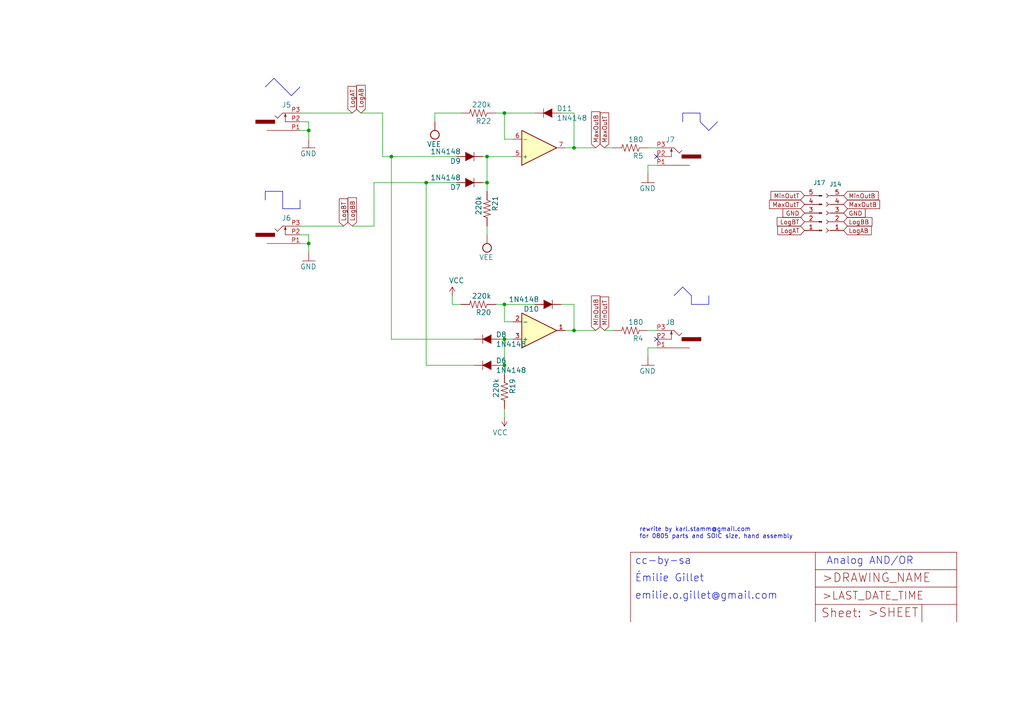
<source format=kicad_sch>
(kicad_sch (version 20230121) (generator eeschema)
  (paper "User" 299.06 210.007)
  (lib_symbols
    (symbol "Amplifier_Operational:TL072" (pin_names (offset 0.127))
      (property "Reference" "U" (at 0 5.08 0))
      (property "Value" "TL072" (at 0 -5.08 0))
      (symbol "TL072_1_1"
        (polyline (pts (xy -5.08 5.08) (xy 5.08 0) (xy -5.08 -5.08) (xy -5.08 5.08)) (stroke (width 0.254)) (fill (type background)))
        (pin output line (at 7.62 0 180) (length 2.54) (name "~") (number "1"))
        (pin input line (at -7.62 -2.54 0) (length 2.54) (name "-") (number "2"))
        (pin input line (at -7.62 2.54 0) (length 2.54) (name "+") (number "3"))
      )
      (symbol "TL072_2_1"
        (polyline (pts (xy -5.08 5.08) (xy 5.08 0) (xy -5.08 -5.08) (xy -5.08 5.08)) (stroke (width 0.254)) (fill (type background)))
        (pin input line (at -7.62 2.54 0) (length 2.54) (name "+") (number "5"))
        (pin input line (at -7.62 -2.54 0) (length 2.54) (name "-") (number "6"))
        (pin output line (at 7.62 0 180) (length 2.54) (name "~") (number "7"))
      )
      (symbol "TL072_3_1"
        (pin power_in line (at -2.54 -7.62 90) (length 3.81) (name "V-") (number "4"))
        (pin power_in line (at -2.54 7.62 270) (length 3.81) (name "V+") (number "8"))
      )
    )
    (symbol "k2-eagle-import:A4L-LOC" (pin_names (offset 1.016))
      (symbol "A4L-LOC_1_0"
        (polyline (pts (xy 161.29 3.81) (xy 161.29 24.13)))
        (polyline (pts (xy 161.29 24.13) (xy 215.265 24.13)))
        (polyline (pts (xy 215.265 8.89) (xy 215.265 3.81)))
        (polyline (pts (xy 215.265 8.89) (xy 215.265 13.97)))
        (polyline (pts (xy 215.265 13.97) (xy 215.265 19.05)))
        (polyline (pts (xy 215.265 13.97) (xy 256.54 13.97)))
        (polyline (pts (xy 215.265 19.05) (xy 215.265 24.13)))
        (polyline (pts (xy 215.265 19.05) (xy 256.54 19.05)))
        (polyline (pts (xy 215.265 24.13) (xy 256.54 24.13)))
        (polyline (pts (xy 246.38 3.81) (xy 246.38 8.89)))
        (polyline (pts (xy 246.38 8.89) (xy 215.265 8.89)))
        (polyline (pts (xy 246.38 8.89) (xy 256.54 8.89)))
        (polyline (pts (xy 256.54 3.81) (xy 256.54 8.89)))
        (polyline (pts (xy 256.54 8.89) (xy 256.54 13.97)))
        (polyline (pts (xy 256.54 13.97) (xy 256.54 19.05)))
        (polyline (pts (xy 256.54 19.05) (xy 256.54 24.13)))
        (text ">DRAWING_NAME" (at 217.17 15.24 0) (effects (font (size 2.54 2.54)) (justify left bottom)))
        (text ">LAST_DATE_TIME" (at 217.17 10.16 0) (effects (font (size 2.286 2.286)) (justify left bottom)))
        (text ">SHEET" (at 230.505 5.08 0) (effects (font (size 2.54 2.54)) (justify left bottom)))
        (text "Sheet:" (at 216.916 4.953 0) (effects (font (size 2.54 2.54)) (justify left bottom)))
      )
    )
    (symbol "k2-eagle-import:GND" (power) (pin_names (offset 1.016))
      (property "Value" "GND" (at -2.54 -2.54 0))
      (symbol "GND_1_0"
        (polyline (pts (xy -1.905 0) (xy 1.905 0)))
        (pin power_in line (at 0 2.54 270) (length 2.54) (name "GND") (number "1"))
      )
    )
    (symbol "k2-eagle-import:PJ301_THONKICONN6" (pin_names (offset 1.016))
      (property "Reference" "J" (at -2.54 4.064 0))
      (symbol "PJ301_THONKICONN6_1_0"
        (polyline (pts (xy -2.54 -2.54) (xy 4.572 -2.54)))
        (polyline (pts (xy -2.54 0) (xy -0.762 0)))
        (polyline (pts (xy -2.54 2.54) (xy 0 2.54)))
        (polyline (pts (xy -1.016 1.524) (xy -0.508 1.524)))
        (polyline (pts (xy -0.762 0) (xy -0.762 2.286)))
        (polyline (pts (xy -0.762 2.286) (xy -1.016 1.524)))
        (polyline (pts (xy -0.508 1.524) (xy -0.762 2.286)))
        (polyline (pts (xy 0 2.54) (xy 1.524 1.016)))
        (polyline (pts (xy 1.524 1.016) (xy 2.286 1.778)))
        (rectangle (start 2.286 -0.508) (end 7.874 0.508) (fill (type outline)))
        (pin passive line (at -5.08 -2.54 0) (length 2.54) (name "1") (number "P1"))
        (pin passive line (at -5.08 0 0) (length 2.54) (name "2") (number "P2"))
        (pin passive line (at -5.08 2.54 0) (length 2.54) (name "3") (number "P3"))
      )
    )
    (symbol "k2-eagle-import:R-US_R0402" (pin_names (offset 1.016))
      (property "Reference" "R" (at -3.81 1.4986 0))
      (property "Value" "R-US_R0402" (at -3.81 -3.302 0))
      (symbol "R-US_R0402_1_0"
        (polyline (pts (xy -2.54 0) (xy -2.159 1.016)))
        (polyline (pts (xy -2.159 1.016) (xy -1.524 -1.016)))
        (polyline (pts (xy -1.524 -1.016) (xy -0.889 1.016)))
        (polyline (pts (xy -0.889 1.016) (xy -0.254 -1.016)))
        (polyline (pts (xy -0.254 -1.016) (xy 0.381 1.016)))
        (polyline (pts (xy 0.381 1.016) (xy 1.016 -1.016)))
        (polyline (pts (xy 1.016 -1.016) (xy 1.651 1.016)))
        (polyline (pts (xy 1.651 1.016) (xy 2.286 -1.016)))
        (polyline (pts (xy 2.286 -1.016) (xy 2.54 0)))
        (pin passive line (at -5.08 0 0) (length 2.54) (name "1") (number "1"))
        (pin passive line (at 5.08 0 180) (length 2.54) (name "2") (number "2"))
      )
    )
    (symbol "k2-eagle-import:VCC" (power) (pin_names (offset 1.016))
      (property "Value" "VCC" (at -1.016 3.556 0))
      (symbol "VCC_1_0"
        (polyline (pts (xy 0 2.54) (xy -0.762 1.27)))
        (polyline (pts (xy 0.762 1.27) (xy 0 2.54)))
        (pin power_in line (at 0 0 90) (length 2.54) (name "VCC") (number "1"))
      )
    )
    (symbol "k2-eagle-import:VEE" (power) (pin_names (offset 1.016))
      (property "Value" "VEE" (at -1.905 3.175 0))
      (symbol "VEE_1_0"
        (circle (center 0 1.27) (radius 1.27) (stroke (width 0.254)))
        (pin power_in line (at 0 -2.54 90) (length 2.54) (name "VEE") (number "1"))
      )
    )
    (symbol "k2-rescue:Conn_01x05_Female-Connector" (pin_names (offset 1.016) hide)
      (property "Reference" "J" (at 0 7.62 0))
      (property "Value" "Connector_Conn_01x05_Female" (at 0 -7.62 0))
      (symbol "Conn_01x05_Female-Connector_1_1"
        (arc (start 0 -4.572) (mid -0.5058 -5.08) (end 0 -5.588) (stroke (width 0.1524)))
        (arc (start 0 -2.032) (mid -0.5058 -2.54) (end 0 -3.048) (stroke (width 0.1524)))
        (polyline (pts (xy -1.27 -5.08) (xy -0.508 -5.08)) (stroke (width 0.1524)))
        (polyline (pts (xy -1.27 -2.54) (xy -0.508 -2.54)) (stroke (width 0.1524)))
        (polyline (pts (xy -1.27 0) (xy -0.508 0)) (stroke (width 0.1524)))
        (polyline (pts (xy -1.27 2.54) (xy -0.508 2.54)) (stroke (width 0.1524)))
        (polyline (pts (xy -1.27 5.08) (xy -0.508 5.08)) (stroke (width 0.1524)))
        (arc (start 0 0.508) (mid -0.5058 0) (end 0 -0.508) (stroke (width 0.1524)))
        (arc (start 0 3.048) (mid -0.5058 2.54) (end 0 2.032) (stroke (width 0.1524)))
        (arc (start 0 5.588) (mid -0.5058 5.08) (end 0 4.572) (stroke (width 0.1524)))
        (pin passive line (at -5.08 5.08 0) (length 3.81) (name "Pin_1") (number "1"))
        (pin passive line (at -5.08 2.54 0) (length 3.81) (name "Pin_2") (number "2"))
        (pin passive line (at -5.08 0 0) (length 3.81) (name "Pin_3") (number "3"))
        (pin passive line (at -5.08 -2.54 0) (length 3.81) (name "Pin_4") (number "4"))
        (pin passive line (at -5.08 -5.08 0) (length 3.81) (name "Pin_5") (number "5"))
      )
    )
    (symbol "k2-rescue:Conn_01x05_Male-Connector" (pin_names (offset 1.016) hide)
      (property "Reference" "J" (at 0 7.62 0))
      (property "Value" "Connector_Conn_01x05_Male" (at 0 -7.62 0))
      (symbol "Conn_01x05_Male-Connector_1_1"
        (polyline (pts (xy 1.27 -5.08) (xy 0.8636 -5.08)) (stroke (width 0.1524)))
        (polyline (pts (xy 1.27 -2.54) (xy 0.8636 -2.54)) (stroke (width 0.1524)))
        (polyline (pts (xy 1.27 0) (xy 0.8636 0)) (stroke (width 0.1524)))
        (polyline (pts (xy 1.27 2.54) (xy 0.8636 2.54)) (stroke (width 0.1524)))
        (polyline (pts (xy 1.27 5.08) (xy 0.8636 5.08)) (stroke (width 0.1524)))
        (rectangle (start 0.8636 -4.953) (end 0 -5.207) (stroke (width 0.1524)) (fill (type outline)))
        (rectangle (start 0.8636 -2.413) (end 0 -2.667) (stroke (width 0.1524)) (fill (type outline)))
        (rectangle (start 0.8636 0.127) (end 0 -0.127) (stroke (width 0.1524)) (fill (type outline)))
        (rectangle (start 0.8636 2.667) (end 0 2.413) (stroke (width 0.1524)) (fill (type outline)))
        (rectangle (start 0.8636 5.207) (end 0 4.953) (stroke (width 0.1524)) (fill (type outline)))
        (pin passive line (at 5.08 5.08 180) (length 3.81) (name "Pin_1") (number "1"))
        (pin passive line (at 5.08 2.54 180) (length 3.81) (name "Pin_2") (number "2"))
        (pin passive line (at 5.08 0 180) (length 3.81) (name "Pin_3") (number "3"))
        (pin passive line (at 5.08 -2.54 180) (length 3.81) (name "Pin_4") (number "4"))
        (pin passive line (at 5.08 -5.08 180) (length 3.81) (name "Pin_5") (number "5"))
      )
    )
    (symbol "k2-rescue:D-device" (pin_numbers hide) (pin_names (offset 1.016) hide)
      (property "Reference" "D" (at 0 2.54 0))
      (property "Value" "device_D" (at 0 -2.54 0))
      (symbol "D-device_0_1"
        (polyline (pts (xy -1.27 1.27) (xy -1.27 -1.27)) (stroke (width 0.1524)))
        (polyline (pts (xy 1.27 1.27) (xy -1.27 0) (xy 1.27 -1.27)) (fill (type outline)))
      )
      (symbol "D-device_1_1"
        (pin passive line (at -3.81 0 0) (length 2.54) (name "K") (number "1"))
        (pin passive line (at 3.81 0 180) (length 2.54) (name "A") (number "2"))
      )
    )
  )
  (junction (at 114.3 45.72))
  (junction (at 147.32 99.06))
  (junction (at 142.24 53.34))
  (junction (at 147.32 88.9))
  (junction (at 167.64 96.52))
  (junction (at 147.32 106.68))
  (junction (at 147.32 33.02))
  (junction (at 167.64 43.18))
  (junction (at 90.17 71.12))
  (junction (at 124.46 53.34))
  (junction (at 90.17 38.1))
  (junction (at 142.24 45.72))
  (no_connect (at 191.77 45.72))
  (no_connect (at 191.77 99.06))
  (polyline (pts (xy 77.47 25.4) (xy 80.01 22.86)))
  (polyline (pts (xy 204.47 35.56) (xy 207.01 38.1)))
  (wire (pts (xy 138.43 106.68) (xy 124.46 106.68)))
  (wire (pts (xy 90.17 68.58) (xy 90.17 71.12)))
  (polyline (pts (xy 199.39 33.02) (xy 204.47 33.02)))
  (wire (pts (xy 144.78 33.02) (xy 147.32 33.02)))
  (wire (pts (xy 114.3 45.72) (xy 133.35 45.72)))
  (wire (pts (xy 156.21 88.9) (xy 147.32 88.9)))
  (wire (pts (xy 140.97 45.72) (xy 142.24 45.72)))
  (wire (pts (xy 87.63 68.58) (xy 90.17 68.58)))
  (wire (pts (xy 167.64 96.52) (xy 173.99 96.52)))
  (wire (pts (xy 90.17 71.12) (xy 90.17 73.66)))
  (polyline (pts (xy 77.47 55.88) (xy 82.55 55.88)))
  (wire (pts (xy 149.86 40.64) (xy 147.32 40.64)))
  (wire (pts (xy 87.63 33.02) (xy 102.87 33.02)))
  (wire (pts (xy 87.63 66.04) (xy 100.33 66.04)))
  (wire (pts (xy 176.53 43.18) (xy 179.07 43.18)))
  (wire (pts (xy 149.86 93.98) (xy 147.32 93.98)))
  (wire (pts (xy 124.46 106.68) (xy 124.46 53.34)))
  (wire (pts (xy 132.08 88.9) (xy 132.08 86.36)))
  (wire (pts (xy 142.24 45.72) (xy 149.86 45.72)))
  (wire (pts (xy 140.97 53.34) (xy 142.24 53.34)))
  (wire (pts (xy 167.64 96.52) (xy 165.1 96.52)))
  (polyline (pts (xy 199.39 35.56) (xy 199.39 33.02)))
  (wire (pts (xy 167.64 88.9) (xy 167.64 96.52)))
  (wire (pts (xy 189.23 96.52) (xy 191.77 96.52)))
  (wire (pts (xy 189.23 48.26) (xy 189.23 50.8)))
  (wire (pts (xy 90.17 38.1) (xy 90.17 40.64)))
  (polyline (pts (xy 196.85 86.36) (xy 199.39 83.82)))
  (wire (pts (xy 102.87 66.04) (xy 109.22 66.04)))
  (polyline (pts (xy 201.93 88.9) (xy 207.01 88.9)))
  (wire (pts (xy 163.83 33.02) (xy 167.64 33.02)))
  (polyline (pts (xy 199.39 83.82) (xy 201.93 86.36)))
  (wire (pts (xy 147.32 40.64) (xy 147.32 33.02)))
  (wire (pts (xy 146.05 99.06) (xy 147.32 99.06)))
  (wire (pts (xy 147.32 106.68) (xy 146.05 106.68)))
  (wire (pts (xy 167.64 33.02) (xy 167.64 43.18)))
  (polyline (pts (xy 82.55 60.96) (xy 87.63 60.96)))
  (wire (pts (xy 147.32 106.68) (xy 147.32 109.22)))
  (polyline (pts (xy 82.55 55.88) (xy 82.55 60.96)))
  (wire (pts (xy 124.46 53.34) (xy 133.35 53.34)))
  (polyline (pts (xy 204.47 33.02) (xy 204.47 35.56)))
  (wire (pts (xy 191.77 101.6) (xy 189.23 101.6)))
  (wire (pts (xy 87.63 71.12) (xy 90.17 71.12)))
  (polyline (pts (xy 207.01 88.9) (xy 207.01 86.36)))
  (wire (pts (xy 191.77 43.18) (xy 189.23 43.18)))
  (polyline (pts (xy 80.01 22.86) (xy 85.09 27.94)))
  (wire (pts (xy 147.32 33.02) (xy 156.21 33.02)))
  (wire (pts (xy 105.41 33.02) (xy 111.76 33.02)))
  (wire (pts (xy 111.76 33.02) (xy 111.76 45.72)))
  (wire (pts (xy 138.43 99.06) (xy 114.3 99.06)))
  (wire (pts (xy 147.32 88.9) (xy 144.78 88.9)))
  (wire (pts (xy 189.23 101.6) (xy 189.23 104.14)))
  (wire (pts (xy 87.63 38.1) (xy 90.17 38.1)))
  (wire (pts (xy 167.64 43.18) (xy 173.99 43.18)))
  (wire (pts (xy 147.32 119.38) (xy 147.32 121.92)))
  (wire (pts (xy 87.63 35.56) (xy 90.17 35.56)))
  (wire (pts (xy 142.24 66.04) (xy 142.24 68.58)))
  (wire (pts (xy 109.22 53.34) (xy 124.46 53.34)))
  (wire (pts (xy 111.76 45.72) (xy 114.3 45.72)))
  (wire (pts (xy 167.64 43.18) (xy 165.1 43.18)))
  (polyline (pts (xy 87.63 60.96) (xy 87.63 58.42)))
  (polyline (pts (xy 201.93 86.36) (xy 201.93 88.9)))
  (wire (pts (xy 134.62 88.9) (xy 132.08 88.9)))
  (wire (pts (xy 127 33.02) (xy 127 35.56)))
  (wire (pts (xy 163.83 88.9) (xy 167.64 88.9)))
  (wire (pts (xy 176.53 96.52) (xy 179.07 96.52)))
  (polyline (pts (xy 77.47 58.42) (xy 77.47 55.88)))
  (wire (pts (xy 114.3 99.06) (xy 114.3 45.72)))
  (wire (pts (xy 147.32 93.98) (xy 147.32 88.9)))
  (wire (pts (xy 142.24 45.72) (xy 142.24 53.34)))
  (wire (pts (xy 90.17 35.56) (xy 90.17 38.1)))
  (wire (pts (xy 191.77 48.26) (xy 189.23 48.26)))
  (wire (pts (xy 109.22 66.04) (xy 109.22 53.34)))
  (polyline (pts (xy 207.01 38.1) (xy 209.55 35.56)))
  (wire (pts (xy 134.62 33.02) (xy 127 33.02)))
  (wire (pts (xy 147.32 99.06) (xy 149.86 99.06)))
  (wire (pts (xy 147.32 99.06) (xy 147.32 106.68)))
  (polyline (pts (xy 85.09 27.94) (xy 87.63 25.4)))
  (wire (pts (xy 142.24 55.88) (xy 142.24 53.34)))
  (text "emilie.o.gillet@gmail.com" (at 185.42 175.26 0) (effects (font (size 2.159 2.159)) (justify left bottom)))
  (text "cc-by-sa" (at 185.42 165.1 0) (effects (font (size 2.159 2.159)) (justify left bottom)))
  (text "Émilie Gillet" (at 185.42 170.18 0) (effects (font (size 2.159 2.159)) (justify left bottom)))
  (text "rewrite by karl.stamm@gmail.com\nfor 0805 parts and SOIC size, hand assembly" (at 186.69 157.48 0) (effects (font (size 1.27 1.27)) (justify left bottom)))
  (text "Analog AND/OR" (at 241.3 165.1 0) (effects (font (size 2.159 2.159)) (justify left bottom)))
  (global_label "LogAB" (shape input) (at 105.41 33.02 90) (property "Intersheetrefs" "${INTERSHEET_REFS}" (effects hide)))
  (global_label "LogAT" (shape input) (at 234.95 67.31 180) (property "Intersheetrefs" "${INTERSHEET_REFS}" (effects hide)))
  (global_label "LogAT" (shape input) (at 102.87 33.02 90) (property "Intersheetrefs" "${INTERSHEET_REFS}" (effects hide)))
  (global_label "MinOutT" (shape input) (at 234.95 57.15 180) (property "Intersheetrefs" "${INTERSHEET_REFS}" (effects hide)))
  (global_label "LogBB" (shape input) (at 102.87 66.04 90) (property "Intersheetrefs" "${INTERSHEET_REFS}" (effects hide)))
  (global_label "MaxOutB" (shape input) (at 246.38 59.69 0) (property "Intersheetrefs" "${INTERSHEET_REFS}" (effects hide)))
  (global_label "GND" (shape input) (at 234.95 62.23 180) (property "Intersheetrefs" "${INTERSHEET_REFS}" (effects hide)))
  (global_label "LogBB" (shape input) (at 246.38 64.77 0) (property "Intersheetrefs" "${INTERSHEET_REFS}" (effects hide)))
  (global_label "MinOutB" (shape input) (at 173.99 96.52 90) (property "Intersheetrefs" "${INTERSHEET_REFS}" (effects hide)))
  (global_label "MaxOutT" (shape input) (at 176.53 43.18 90) (property "Intersheetrefs" "${INTERSHEET_REFS}" (effects hide)))
  (global_label "MinOutB" (shape input) (at 246.38 57.15 0) (property "Intersheetrefs" "${INTERSHEET_REFS}" (effects hide)))
  (global_label "GND" (shape input) (at 246.38 62.23 0) (property "Intersheetrefs" "${INTERSHEET_REFS}" (effects hide)))
  (global_label "LogBT" (shape input) (at 100.33 66.04 90) (property "Intersheetrefs" "${INTERSHEET_REFS}" (effects hide)))
  (global_label "MaxOutT" (shape input) (at 234.95 59.69 180) (property "Intersheetrefs" "${INTERSHEET_REFS}" (effects hide)))
  (global_label "LogBT" (shape input) (at 234.95 64.77 180) (property "Intersheetrefs" "${INTERSHEET_REFS}" (effects hide)))
  (global_label "LogAB" (shape input) (at 246.38 67.31 0) (property "Intersheetrefs" "${INTERSHEET_REFS}" (effects hide)))
  (global_label "MaxOutB" (shape input) (at 173.99 43.18 90) (property "Intersheetrefs" "${INTERSHEET_REFS}" (effects hide)))
  (global_label "MinOutT" (shape input) (at 176.53 96.52 90) (property "Intersheetrefs" "${INTERSHEET_REFS}" (effects hide)))
  (symbol (lib_id "k2-rescue:D-device") (at 160.02 88.9 180) (unit 1)
    (property "Reference" "D10" (at 157.48 89.3826 0) (effects (font (size 1.4986 1.4986)) (justify left bottom)))
    (property "Value" "1N4148" (at 157.48 86.5886 0) (effects (font (size 1.4986 1.4986)) (justify left bottom)))
    (property "Footprint" "Diode_SMD:D_1206_3216Metric_Pad1.42x1.75mm_HandSolder" (effects hide))
  )
  (symbol (lib_id "k2-eagle-import:PJ301_THONKICONN6") (at 82.55 68.58 0) (mirror y) (unit 1)
    (property "Reference" "J6" (at 85.09 64.516 0) (effects (font (size 1.4986 1.4986)) (justify left bottom)))
    (property "Value" "PJ301_THONKICONN6" (effects hide))
    (property "Footprint" "k2:WQP_PJ_301M6" (effects hide))
  )
  (symbol (lib_id "k2-eagle-import:GND") (at 189.23 106.68 0) (unit 1)
    (property "Reference" "#GND09" (effects hide))
    (property "Value" "GND" (at 186.69 109.22 0) (effects (font (size 1.4986 1.4986)) (justify left bottom)))
    (instances (project "k2" (path "" (reference "#GND09") (unit 1)) (path "" (reference "#GND9") (unit 1))))
  )
  (symbol (lib_id "k2-eagle-import:R-US_R0402") (at 139.7 88.9 180) (unit 1)
    (property "Reference" "R20" (at 143.51 90.3986 0) (effects (font (size 1.4986 1.4986)) (justify left bottom)))
    (property "Value" "220k" (at 143.51 85.598 0) (effects (font (size 1.4986 1.4986)) (justify left bottom)))
    (property "Footprint" "Resistor_SMD:R_0805_2012Metric_Pad1.20x1.40mm_HandSolder" (effects hide))
  )
  (symbol (lib_id "k2-rescue:D-device") (at 142.24 106.68 0) (unit 1)
    (property "Reference" "D6" (at 144.78 106.1974 0) (effects (font (size 1.4986 1.4986)) (justify left bottom)))
    (property "Value" "1N4148" (at 144.78 108.9914 0) (effects (font (size 1.4986 1.4986)) (justify left bottom)))
    (property "Footprint" "Diode_SMD:D_1206_3216Metric_Pad1.42x1.75mm_HandSolder" (effects hide))
  )
  (symbol (lib_id "k2-eagle-import:R-US_R0402") (at 147.32 114.3 270) (unit 1)
    (property "Reference" "R19" (at 148.8186 110.49 0) (effects (font (size 1.4986 1.4986)) (justify left bottom)))
    (property "Value" "220k" (at 144.018 110.49 0) (effects (font (size 1.4986 1.4986)) (justify left bottom)))
    (property "Footprint" "Resistor_SMD:R_0805_2012Metric_Pad1.20x1.40mm_HandSolder" (effects hide))
  )
  (symbol (lib_id "k2-rescue:D-device") (at 160.02 33.02 0) (unit 1)
    (property "Reference" "D11" (at 162.56 32.5374 0) (effects (font (size 1.4986 1.4986)) (justify left bottom)))
    (property "Value" "1N4148" (at 162.56 35.3314 0) (effects (font (size 1.4986 1.4986)) (justify left bottom)))
    (property "Footprint" "Diode_SMD:D_1206_3216Metric_Pad1.42x1.75mm_HandSolder" (effects hide))
  )
  (symbol (lib_id "k2-eagle-import:PJ301_THONKICONN6") (at 82.55 35.56 0) (mirror y) (unit 1)
    (property "Reference" "J5" (at 85.09 31.496 0) (effects (font (size 1.4986 1.4986)) (justify left bottom)))
    (property "Value" "PJ301_THONKICONN6" (effects hide))
    (property "Footprint" "k2:WQP_PJ_301M6" (effects hide))
  )
  (symbol (lib_id "k2-eagle-import:VCC") (at 147.32 121.92 180) (unit 1)
    (property "Reference" "#P+04" (effects hide))
    (property "Value" "VCC" (at 148.336 125.476 0) (effects (font (size 1.4986 1.4986)) (justify left bottom)))
    (instances (project "k2" (path "" (reference "#P+04") (unit 1)) (path "" (reference "#P+4") (unit 1))))
  )
  (symbol (lib_id "Amplifier_Operational:TL072") (at 157.48 43.18 0) (mirror x) (unit 2)
    (property "Reference" "IC2" (effects hide))
    (property "Value" "TL072" (effects hide))
    (property "Footprint" "Package_SO:SOIC-8_3.9x4.9mm_P1.27mm" (effects hide))
    (instances (project "k2" (path "" (reference "IC2") (unit 2)) (path "" (reference "IC2") (unit 4))))
  )
  (symbol (lib_id "Amplifier_Operational:TL072") (at 157.48 96.52 0) (mirror x) (unit 1)
    (property "Reference" "IC2" (effects hide))
    (property "Value" "TL072" (effects hide))
    (property "Footprint" "Package_SO:SOIC-8_3.9x4.9mm_P1.27mm" (effects hide))
  )
  (symbol (lib_id "k2-eagle-import:A4L-LOC") (at 22.86 185.42 0) (unit 1)
    (property "Reference" "#FRAME6" (effects hide))
    (property "Value" "A4L-LOC" (effects hide))
  )
  (symbol (lib_id "k2-rescue:Conn_01x05_Female-Connector") (at 241.3 62.23 180) (unit 1)
    (property "Reference" "J14" (at 244.0432 53.7718 0))
    (property "Value" "Conn_01x05_Female" (effects hide))
    (property "Footprint" "Connector_PinHeader_2.54mm:PinHeader_1x05_P2.54mm_Vertical" (effects hide))
    (instances (project "k2" (path "" (reference "J14") (unit 1)) (path "" (reference "J?") (unit 1)) (path "" (reference "J14") (unit 1))))
  )
  (symbol (lib_id "k2-rescue:Conn_01x05_Male-Connector") (at 240.03 62.23 180) (unit 1)
    (property "Reference" "J17" (at 237.49 53.34 0) (effects (justify right)))
    (property "Value" "Conn_01x05_Male" (effects hide))
    (property "Footprint" "Connector_PinHeader_2.54mm:PinHeader_1x05_P2.54mm_Vertical" (effects hide))
    (instances (project "k2" (path "" (reference "J17") (unit 1)) (path "" (reference "J?") (unit 1))))
  )
  (symbol (lib_id "k2-eagle-import:VEE") (at 127 38.1 180) (unit 1)
    (property "Reference" "#SUPPLY05" (effects hide))
    (property "Value" "VEE" (at 128.905 41.275 0) (effects (font (size 1.4986 1.4986)) (justify left bottom)))
    (instances (project "k2" (path "" (reference "#SUPPLY05") (unit 1)) (path "" (reference "#SUPPLY5") (unit 1))))
  )
  (symbol (lib_id "k2-eagle-import:R-US_R0402") (at 184.15 43.18 180) (unit 1)
    (property "Reference" "R5" (at 187.96 44.6786 0) (effects (font (size 1.4986 1.4986)) (justify left bottom)))
    (property "Value" "180" (at 187.96 39.878 0) (effects (font (size 1.4986 1.4986)) (justify left bottom)))
    (property "Footprint" "Resistor_SMD:R_0805_2012Metric_Pad1.20x1.40mm_HandSolder" (effects hide))
  )
  (symbol (lib_id "k2-eagle-import:VEE") (at 142.24 71.12 180) (unit 1)
    (property "Reference" "#SUPPLY03" (effects hide))
    (property "Value" "VEE" (at 144.145 74.295 0) (effects (font (size 1.4986 1.4986)) (justify left bottom)))
    (instances (project "k2" (path "" (reference "#SUPPLY03") (unit 1)) (path "" (reference "#SUPPLY3") (unit 1))))
  )
  (symbol (lib_id "k2-eagle-import:GND") (at 189.23 53.34 0) (unit 1)
    (property "Reference" "#GND014" (effects hide))
    (property "Value" "GND" (at 186.69 55.88 0) (effects (font (size 1.4986 1.4986)) (justify left bottom)))
    (instances (project "k2" (path "" (reference "#GND014") (unit 1)) (path "" (reference "#GND14") (unit 1))))
  )
  (symbol (lib_id "k2-eagle-import:R-US_R0402") (at 142.24 60.96 270) (unit 1)
    (property "Reference" "R21" (at 143.7386 57.15 0) (effects (font (size 1.4986 1.4986)) (justify left bottom)))
    (property "Value" "220k" (at 138.938 57.15 0) (effects (font (size 1.4986 1.4986)) (justify left bottom)))
    (property "Footprint" "Resistor_SMD:R_0805_2012Metric_Pad1.20x1.40mm_HandSolder" (effects hide))
  )
  (symbol (lib_id "k2-eagle-import:R-US_R0402") (at 139.7 33.02 180) (unit 1)
    (property "Reference" "R22" (at 143.51 34.5186 0) (effects (font (size 1.4986 1.4986)) (justify left bottom)))
    (property "Value" "220k" (at 143.51 29.718 0) (effects (font (size 1.4986 1.4986)) (justify left bottom)))
    (property "Footprint" "Resistor_SMD:R_0805_2012Metric_Pad1.20x1.40mm_HandSolder" (effects hide))
  )
  (symbol (lib_id "k2-rescue:D-device") (at 137.16 53.34 180) (unit 1)
    (property "Reference" "D7" (at 134.62 53.8226 0) (effects (font (size 1.4986 1.4986)) (justify left bottom)))
    (property "Value" "1N4148" (at 134.62 51.0286 0) (effects (font (size 1.4986 1.4986)) (justify left bottom)))
    (property "Footprint" "Diode_SMD:D_1206_3216Metric_Pad1.42x1.75mm_HandSolder" (effects hide))
  )
  (symbol (lib_id "k2-eagle-import:PJ301_THONKICONN6") (at 196.85 99.06 0) (unit 1)
    (property "Reference" "J8" (at 194.31 94.996 0) (effects (font (size 1.4986 1.4986)) (justify left bottom)))
    (property "Value" "PJ301_THONKICONN6" (effects hide))
    (property "Footprint" "k2:WQP_PJ_301M6" (effects hide))
  )
  (symbol (lib_id "k2-rescue:D-device") (at 137.16 45.72 180) (unit 1)
    (property "Reference" "D9" (at 134.62 46.2026 0) (effects (font (size 1.4986 1.4986)) (justify left bottom)))
    (property "Value" "1N4148" (at 134.62 43.4086 0) (effects (font (size 1.4986 1.4986)) (justify left bottom)))
    (property "Footprint" "Diode_SMD:D_1206_3216Metric_Pad1.42x1.75mm_HandSolder" (effects hide))
  )
  (symbol (lib_id "k2-eagle-import:GND") (at 90.17 43.18 0) (unit 1)
    (property "Reference" "#GND011" (effects hide))
    (property "Value" "GND" (at 87.63 45.72 0) (effects (font (size 1.4986 1.4986)) (justify left bottom)))
    (instances (project "k2" (path "" (reference "#GND011") (unit 1)) (path "" (reference "#GND11") (unit 1))))
  )
  (symbol (lib_id "k2-eagle-import:R-US_R0402") (at 184.15 96.52 180) (unit 1)
    (property "Reference" "R4" (at 187.96 98.0186 0) (effects (font (size 1.4986 1.4986)) (justify left bottom)))
    (property "Value" "180" (at 187.96 93.218 0) (effects (font (size 1.4986 1.4986)) (justify left bottom)))
    (property "Footprint" "Resistor_SMD:R_0805_2012Metric_Pad1.20x1.40mm_HandSolder" (effects hide))
  )
  (symbol (lib_id "k2-rescue:D-device") (at 142.24 99.06 0) (unit 1)
    (property "Reference" "D8" (at 144.78 98.5774 0) (effects (font (size 1.4986 1.4986)) (justify left bottom)))
    (property "Value" "1N4148" (at 144.78 101.3714 0) (effects (font (size 1.4986 1.4986)) (justify left bottom)))
    (property "Footprint" "Diode_SMD:D_1206_3216Metric_Pad1.42x1.75mm_HandSolder" (effects hide))
  )
  (symbol (lib_id "k2-eagle-import:PJ301_THONKICONN6") (at 196.85 45.72 0) (unit 1)
    (property "Reference" "J7" (at 194.31 41.656 0) (effects (font (size 1.4986 1.4986)) (justify left bottom)))
    (property "Value" "PJ301_THONKICONN6" (effects hide))
    (property "Footprint" "k2:WQP_PJ_301M6" (effects hide))
  )
  (symbol (lib_id "k2-eagle-import:GND") (at 90.17 76.2 0) (unit 1)
    (property "Reference" "#GND010" (effects hide))
    (property "Value" "GND" (at 87.63 78.74 0) (effects (font (size 1.4986 1.4986)) (justify left bottom)))
    (instances (project "k2" (path "" (reference "#GND010") (unit 1)) (path "" (reference "#GND10") (unit 1))))
  )
  (symbol (lib_id "k2-eagle-import:VCC") (at 132.08 86.36 0) (unit 1)
    (property "Reference" "#P+07" (effects hide))
    (property "Value" "VCC" (at 131.064 82.804 0) (effects (font (size 1.4986 1.4986)) (justify left bottom)))
    (instances (project "k2" (path "" (reference "#P+07") (unit 1)) (path "" (reference "#P+7") (unit 1))))
  )
)
</source>
